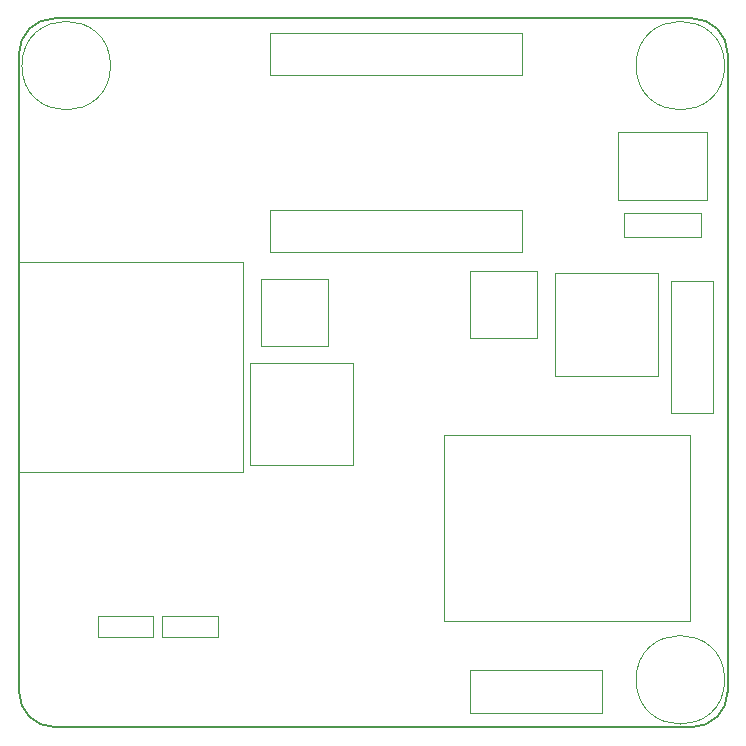
<source format=gbr>
%TF.GenerationSoftware,KiCad,Pcbnew,(5.0.1-3-g963ef8bb5)*%
%TF.CreationDate,2020-02-23T21:28:54+01:00*%
%TF.ProjectId,ethersweep,657468657273776565702E6B69636164,rev?*%
%TF.SameCoordinates,Original*%
%TF.FileFunction,Other,User*%
%FSLAX46Y46*%
G04 Gerber Fmt 4.6, Leading zero omitted, Abs format (unit mm)*
G04 Created by KiCad (PCBNEW (5.0.1-3-g963ef8bb5)) date 2020 February 23, Sunday 21:28:54*
%MOMM*%
%LPD*%
G01*
G04 APERTURE LIST*
%ADD10C,0.150000*%
%ADD11C,0.200000*%
%ADD12C,0.050000*%
G04 APERTURE END LIST*
D10*
X84500000Y-72500000D02*
G75*
G02X87500000Y-69500000I3000000J0D01*
G01*
X87500000Y-129500000D02*
G75*
G02X84500000Y-126500000I0J3000000D01*
G01*
X144500000Y-126500000D02*
G75*
G02X141500000Y-129500000I-3000000J0D01*
G01*
X141500000Y-69500000D02*
G75*
G02X144500000Y-72500000I0J-3000000D01*
G01*
D11*
X84500000Y-126500000D02*
X84500000Y-72500000D01*
X141500000Y-129500000D02*
X87500000Y-129500000D01*
X144500000Y-72500000D02*
X144500000Y-126500000D01*
X87500000Y-69500000D02*
X141500000Y-69500000D01*
D12*
X141300000Y-104790000D02*
X141300000Y-120530000D01*
X141300000Y-104790000D02*
X120480000Y-104790000D01*
X120480000Y-120530000D02*
X141300000Y-120530000D01*
X120480000Y-120530000D02*
X120480000Y-104790000D01*
X142250000Y-88050000D02*
X135750000Y-88050000D01*
X142250000Y-88050000D02*
X142250000Y-85950000D01*
X135750000Y-85950000D02*
X135750000Y-88050000D01*
X135750000Y-85950000D02*
X142250000Y-85950000D01*
X129895001Y-91074999D02*
X129895001Y-99774999D01*
X138595001Y-91074999D02*
X129895001Y-91074999D01*
X138595001Y-99774999D02*
X138595001Y-91074999D01*
X129895001Y-99774999D02*
X138595001Y-99774999D01*
X104050000Y-98650000D02*
X104050000Y-107350000D01*
X104050000Y-107350000D02*
X112750000Y-107350000D01*
X112750000Y-107350000D02*
X112750000Y-98650000D01*
X112750000Y-98650000D02*
X104050000Y-98650000D01*
X122650000Y-90900000D02*
X122650000Y-96600000D01*
X128350000Y-90900000D02*
X122650000Y-90900000D01*
X128350000Y-96600000D02*
X128350000Y-90900000D01*
X122650000Y-96600000D02*
X128350000Y-96600000D01*
X105000001Y-91525001D02*
X105000001Y-97225001D01*
X105000001Y-97225001D02*
X110700001Y-97225001D01*
X110700001Y-97225001D02*
X110700001Y-91525001D01*
X110700001Y-91525001D02*
X105000001Y-91525001D01*
X135225001Y-79145001D02*
X135225001Y-84845001D01*
X135225001Y-84845001D02*
X142725001Y-84845001D01*
X142725001Y-84845001D02*
X142725001Y-79145001D01*
X142725001Y-79145001D02*
X135225001Y-79145001D01*
X144250000Y-73500000D02*
G75*
G03X144250000Y-73500000I-3750000J0D01*
G01*
X144250000Y-125500000D02*
G75*
G03X144250000Y-125500000I-3750000J0D01*
G01*
X92250000Y-73500000D02*
G75*
G03X92250000Y-73500000I-3750000J0D01*
G01*
X103500000Y-107900000D02*
X103500000Y-90100000D01*
X84500000Y-107900000D02*
X103500000Y-107900000D01*
X84500000Y-90100000D02*
X84500000Y-107900000D01*
X103500000Y-90100000D02*
X84500000Y-90100000D01*
X127080000Y-74300000D02*
X127080000Y-70700000D01*
X105730000Y-74300000D02*
X127080000Y-74300000D01*
X105730000Y-70700000D02*
X105730000Y-74300000D01*
X127080000Y-70700000D02*
X105730000Y-70700000D01*
X127080000Y-85700000D02*
X105730000Y-85700000D01*
X105730000Y-85700000D02*
X105730000Y-89300000D01*
X105730000Y-89300000D02*
X127080000Y-89300000D01*
X127080000Y-89300000D02*
X127080000Y-85700000D01*
X139700000Y-91700000D02*
X139700000Y-102900000D01*
X139700000Y-102900000D02*
X143300000Y-102900000D01*
X143300000Y-102900000D02*
X143300000Y-91700000D01*
X143300000Y-91700000D02*
X139700000Y-91700000D01*
X122700000Y-124700000D02*
X122700000Y-128300000D01*
X133900000Y-124700000D02*
X122700000Y-124700000D01*
X133900000Y-128300000D02*
X133900000Y-124700000D01*
X122700000Y-128300000D02*
X133900000Y-128300000D01*
X96650000Y-120100000D02*
X101350000Y-120100000D01*
X96650000Y-120100000D02*
X96650000Y-121900000D01*
X101350000Y-121900000D02*
X101350000Y-120100000D01*
X101350000Y-121900000D02*
X96650000Y-121900000D01*
X95850000Y-121900000D02*
X91150000Y-121900000D01*
X95850000Y-121900000D02*
X95850000Y-120100000D01*
X91150000Y-120100000D02*
X91150000Y-121900000D01*
X91150000Y-120100000D02*
X95850000Y-120100000D01*
M02*

</source>
